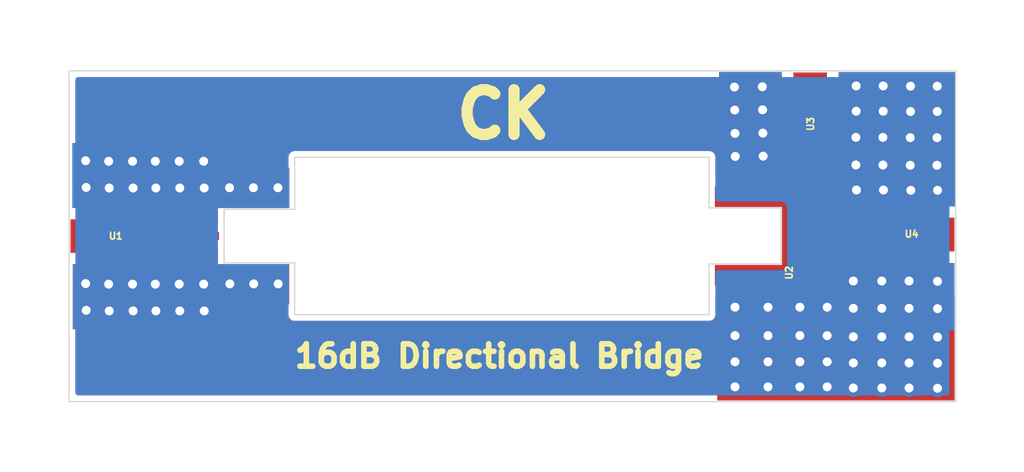
<source format=kicad_pcb>
(kicad_pcb (version 20171130) (host pcbnew "(5.1.4-0-10_14)")

  (general
    (thickness 1.6)
    (drawings 18)
    (tracks 104)
    (zones 0)
    (modules 4)
    (nets 4)
  )

  (page A4)
  (layers
    (0 F.Cu signal)
    (1 In1.Cu signal)
    (2 In2.Cu signal)
    (31 B.Cu signal)
    (34 B.Paste user)
    (35 F.Paste user)
    (36 B.SilkS user)
    (37 F.SilkS user)
    (38 B.Mask user)
    (39 F.Mask user)
    (42 Eco1.User user)
    (44 Edge.Cuts user)
    (45 Margin user)
    (46 B.CrtYd user)
    (47 F.CrtYd user)
  )

  (setup
    (last_trace_width 0.15)
    (user_trace_width 0.342)
    (trace_clearance 0.15)
    (zone_clearance 0.254)
    (zone_45_only no)
    (trace_min 0.127)
    (via_size 0.46)
    (via_drill 0.254)
    (via_min_size 0.4572)
    (via_min_drill 0.254)
    (user_via 0.8 0.4)
    (uvia_size 0.3)
    (uvia_drill 0.1)
    (uvias_allowed no)
    (uvia_min_size 0.2)
    (uvia_min_drill 0.1)
    (edge_width 0.05)
    (segment_width 0.2)
    (pcb_text_width 0.3)
    (pcb_text_size 1.5 1.5)
    (mod_edge_width 0.12)
    (mod_text_size 1 1)
    (mod_text_width 0.15)
    (pad_size 4 4.5)
    (pad_drill 0)
    (pad_to_mask_clearance 0.051)
    (solder_mask_min_width 0.25)
    (aux_axis_origin 0 0)
    (visible_elements FFFFFF7F)
    (pcbplotparams
      (layerselection 0x010fc_ffffffff)
      (usegerberextensions false)
      (usegerberattributes false)
      (usegerberadvancedattributes false)
      (creategerberjobfile false)
      (excludeedgelayer true)
      (linewidth 0.100000)
      (plotframeref false)
      (viasonmask false)
      (mode 1)
      (useauxorigin false)
      (hpglpennumber 1)
      (hpglpenspeed 20)
      (hpglpendiameter 15.000000)
      (psnegative false)
      (psa4output false)
      (plotreference true)
      (plotvalue true)
      (plotinvisibletext false)
      (padsonsilk false)
      (subtractmaskfromsilk false)
      (outputformat 1)
      (mirror false)
      (drillshape 1)
      (scaleselection 1)
      (outputdirectory ""))
  )

  (net 0 "")
  (net 1 GND)
  (net 2 "Net-(U2-Pad1)")
  (net 3 "Net-(U3-Pad1)")

  (net_class Default "This is the default net class."
    (clearance 0.15)
    (trace_width 0.15)
    (via_dia 0.46)
    (via_drill 0.254)
    (uvia_dia 0.3)
    (uvia_drill 0.1)
    (add_net GND)
    (add_net "Net-(U2-Pad1)")
    (add_net "Net-(U3-Pad1)")
  )

  (module Footprints:SolderPad_Coax_Gnd (layer F.Cu) (tedit 5DD84BFC) (tstamp 5DD8313B)
    (at 158.9786 95.11792 270)
    (path /5DD7E4A3)
    (fp_text reference U2 (at 1.64084 0.29972 270) (layer F.SilkS)
      (effects (font (size 0.3 0.3) (thickness 0.075)))
    )
    (fp_text value SolderPad_Coax_Gnd (at 0 -1.2446 270) (layer F.Fab)
      (effects (font (size 0.5 0.5) (thickness 0.125)))
    )
    (fp_poly (pts (xy -2.2098 0.01016) (xy 2.2098 0.01016) (xy 2.2098 3.61696) (xy 1.2954 3.61696)
      (xy 1.2954 0.61976) (xy -1.2954 0.61976) (xy -1.2954 3.61696) (xy -2.2098 3.61696)) (layer F.Cu) (width 0))
    (fp_poly (pts (xy -1.2954 3.61696) (xy -2.2098 3.61696) (xy -2.2098 0.01016) (xy -0.8128 0.01016)
      (xy -0.8128 0.61976) (xy -1.2954 0.61976)) (layer F.Mask) (width 0))
    (fp_poly (pts (xy 1.2954 3.61696) (xy 1.2954 0.61976) (xy 0.70612 0.61976) (xy 0.70612 0.01016)
      (xy 2.2098 0.01016) (xy 2.2098 3.61696)) (layer F.Mask) (width 0))
  )

  (module Footprints:SMA_Connector_Port1 (layer F.Cu) (tedit 5DD84922) (tstamp 5DD83133)
    (at 128.6256 95.10522)
    (path /5DD96FDC)
    (fp_text reference U1 (at -0.0127 0.0127) (layer F.SilkS)
      (effects (font (size 0.3 0.3) (thickness 0.075)))
    )
    (fp_text value SMA_Connector_Port1 (at 0.8636 -4.4831) (layer F.Fab)
      (effects (font (size 0.3 0.3) (thickness 0.075)))
    )
    (fp_poly (pts (xy -2.03708 -0.73152) (xy -2.03708 0.76708) (xy 2.07772 0.76708) (xy 2.07772 0.18288)
      (xy 4.5974 0.18288) (xy 4.5974 -0.127) (xy 4.5974 -0.16256) (xy 2.07264 -0.16256)
      (xy 2.07264 -0.73152)) (layer F.Cu) (width 0))
    (fp_poly (pts (xy -2.03708 -0.73152) (xy -2.03708 0.76708) (xy 2.07772 0.76708) (xy 2.07772 0.18288)
      (xy 4.5974 0.18288) (xy 4.5974 -0.16256) (xy 2.07264 -0.16256) (xy 2.07264 -0.73152)) (layer F.Mask) (width 0))
    (pad 2 smd rect (at 1.30048 -2.68732 90) (size 2.9 6.5) (layers F.Cu F.Mask)
      (net 1 GND))
    (pad 3 smd rect (at 1.30048 -2.68732 90) (size 2.9 6.5) (layers B.Cu B.Mask)
      (net 1 GND))
    (pad 4 smd rect (at 1.3208 2.72288 90) (size 2.9 6.5) (layers F.Cu F.Mask)
      (net 1 GND))
    (pad 5 smd rect (at 1.3208 2.72288 90) (size 2.9 6.5) (layers B.Cu B.Mask)
      (net 1 GND))
    (pad 2 smd rect (at 6.1341 -2.1336) (size 3.2 1.8) (layers F.Cu F.Mask)
      (net 1 GND))
    (pad 3 smd rect (at 6.1341 -2.1336) (size 3.2 1.8) (layers B.Cu B.Mask)
      (net 1 GND))
    (pad 4 smd rect (at 6.1341 2.1717) (size 3.2 1.8) (layers F.Cu F.Mask)
      (net 1 GND))
    (pad 5 smd rect (at 6.1214 2.1717) (size 3.2 1.8) (layers B.Cu B.Mask)
      (net 1 GND))
  )

  (module Footprints:SMA_Connector_Port3 (layer F.Cu) (tedit 5DD8476A) (tstamp 5DD83146)
    (at 159.6898 90.0938 270)
    (path /5DD97CD3)
    (fp_text reference U3 (at 0.0254 0.0508 270) (layer F.SilkS)
      (effects (font (size 0.3 0.3) (thickness 0.075)))
    )
    (fp_text value SMA_Connector_Port3 (at 0.08128 -4.94792 90) (layer F.Fab)
      (effects (font (size 0.3 0.3) (thickness 0.075)))
    )
    (fp_poly (pts (xy -2.27584 0.82296) (xy 1.82372 0.82296) (xy 1.82372 0.24892) (xy 2.96672 0.24892)
      (xy 2.96672 0.1524) (xy 3.51536 0.1524) (xy 3.51536 0.24892) (xy 4.2164 0.24892)
      (xy 4.2164 -0.09144) (xy 4.20624 -0.1016) (xy 4.17068 -0.08636) (xy 4.1656 -0.09652)
      (xy 4.25704 -0.13208) (xy 4.09448 -0.57404) (xy 3.71348 -0.43688) (xy 3.71348 -0.09144)
      (xy 3.51536 -0.09144) (xy 3.51536 0.01016) (xy 2.96672 0.01016) (xy 2.96672 -0.09144)
      (xy 1.82372 -0.09144) (xy 1.82372 -0.67564) (xy -2.27584 -0.67564)) (layer F.Cu) (width 0))
    (fp_poly (pts (xy -2.27584 -0.67564) (xy -2.27584 0.82296) (xy 1.82372 0.82296) (xy 1.82372 0.24892)
      (xy 2.96672 0.24892) (xy 2.96672 0.1524) (xy 3.51536 0.1524) (xy 3.51536 0.24892)
      (xy 4.2164 0.24892) (xy 4.2164 -0.11176) (xy 4.26212 -0.13208) (xy 4.09956 -0.57912)
      (xy 3.7084 -0.43688) (xy 3.7084 -0.09144) (xy 3.51536 -0.09144) (xy 3.51536 0.01016)
      (xy 2.96672 0.01016) (xy 2.96672 -0.09144) (xy 1.82372 -0.09144) (xy 1.82372 -0.67564)) (layer F.Mask) (width 0))
    (pad 3 smd rect (at 0.70612 -3.79476) (size 5.2 6) (layers B.Cu B.Mask)
      (net 1 GND))
    (pad 2 smd rect (at 0.7112 -3.79476) (size 5.2 6) (layers F.Cu F.Mask)
      (net 1 GND))
    (pad 5 smd rect (at 0.0508 2.7432 270) (size 4.7 2.8) (layers B.Cu B.Mask)
      (net 1 GND))
    (pad 4 smd rect (at 0.0508 2.7432 270) (size 4.7 2.8) (layers F.Cu F.Mask)
      (net 1 GND))
  )

  (module Footprints:SMA_Connector_Port2 (layer F.Cu) (tedit 5DD843AF) (tstamp 5DD83150)
    (at 164.1602 95.0468 180)
    (path /5DD988C6)
    (fp_text reference U4 (at 0.0127 0.0127) (layer F.SilkS)
      (effects (font (size 0.3 0.3) (thickness 0.075)))
    )
    (fp_text value SMA_Connector_Port2 (at 0.4826 -4.7117 180) (layer F.Fab)
      (effects (font (size 0.3 0.3) (thickness 0.075)))
    )
    (fp_poly (pts (xy -1.89992 0.74168) (xy 2.10312 0.74168) (xy 2.10312 0.16256) (xy 2.794 0.16256)
      (xy 2.794 0.10668) (xy 3.4798 0.10668) (xy 3.4798 0.16256) (xy 3.59156 0.16256)
      (xy 3.72364 0.51816) (xy 4.17068 0.3556) (xy 4.09956 0.15748) (xy 4.72948 0.15748)
      (xy 5.02412 -0.01016) (xy 4.72948 -0.1778) (xy 3.4798 -0.1778) (xy 3.4798 -0.11684)
      (xy 2.794 -0.11684) (xy 2.794 -0.1778) (xy 2.10312 -0.1778) (xy 2.10312 -0.762)
      (xy -1.89992 -0.762)) (layer F.Cu) (width 0))
    (fp_poly (pts (xy -1.89992 -0.762) (xy -1.89992 0.74168) (xy 2.10312 0.74168) (xy 2.10312 0.16256)
      (xy 2.794 0.16256) (xy 2.794 0.10668) (xy 3.4798 0.10668) (xy 3.4798 0.16256)
      (xy 3.59156 0.16256) (xy 3.72364 0.51816) (xy 4.17068 0.3556) (xy 4.09956 0.15748)
      (xy 4.72948 0.15748) (xy 5.02412 -0.01016) (xy 4.72948 -0.1778) (xy 3.4798 -0.1778)
      (xy 3.4798 -0.11684) (xy 2.794 -0.11684) (xy 2.794 -0.1778) (xy 2.10312 -0.1778)
      (xy 2.10312 -0.762)) (layer F.Mask) (width 0))
    (pad 2 smd rect (at 0.7747 -2.7813 180) (size 5.35 3) (layers F.Cu F.Mask)
      (net 1 GND))
    (pad 3 smd rect (at 0.7747 -2.7813 180) (size 5.35 3) (layers B.Cu B.Mask)
      (net 1 GND))
    (pad 2 smd rect (at 3.39344 -5.06476 270) (size 4.7 10.6) (layers F.Cu F.Mask)
      (net 1 GND))
  )

  (gr_text CK (at 145.91792 89.6874) (layer F.SilkS)
    (effects (font (size 2 2) (thickness 0.5)))
  )
  (gr_text "16dB Directional Bridge" (at 145.74012 100.4824) (layer F.SilkS)
    (effects (font (size 1 1) (thickness 0.25)))
  )
  (gr_line (start 126.5301 102.5144) (end 126.5301 87.7443) (layer Edge.Cuts) (width 0.05))
  (gr_line (start 166.116 87.7443) (end 166.116 102.5144) (layer Edge.Cuts) (width 0.05))
  (gr_line (start 155.1051 98.6282) (end 155.1051 96.3676) (layer Edge.Cuts) (width 0.05))
  (gr_line (start 158.3055 96.3676) (end 155.1051 96.3676) (layer Edge.Cuts) (width 0.05))
  (gr_line (start 126.5301 87.7443) (end 166.116 87.7443) (layer Edge.Cuts) (width 0.05))
  (gr_line (start 166.116 102.5144) (end 126.53264 102.5144) (layer Edge.Cuts) (width 0.05))
  (gr_line (start 155.1051 93.8657) (end 158.3055 93.8657) (layer Edge.Cuts) (width 0.05))
  (gr_line (start 155.1051 91.6051) (end 155.1051 93.8657) (layer Edge.Cuts) (width 0.05))
  (gr_line (start 136.6012 91.6051) (end 155.1051 91.6051) (layer Edge.Cuts) (width 0.05))
  (gr_line (start 136.6012 93.9292) (end 136.6012 91.6051) (layer Edge.Cuts) (width 0.05))
  (gr_line (start 133.4516 93.9292) (end 136.6012 93.9292) (layer Edge.Cuts) (width 0.05))
  (gr_line (start 133.4516 96.3168) (end 133.4516 93.9292) (layer Edge.Cuts) (width 0.05) (tstamp 5DD84E17))
  (gr_line (start 136.6012 96.3168) (end 133.4516 96.3168) (layer Edge.Cuts) (width 0.05))
  (gr_line (start 136.6012 98.6282) (end 136.6012 96.3168) (layer Edge.Cuts) (width 0.05))
  (gr_line (start 155.1051 98.6282) (end 136.6012 98.6282) (layer Edge.Cuts) (width 0.05))
  (gr_line (start 158.3055 93.8657) (end 158.3055 96.3676) (layer Edge.Cuts) (width 0.05))

  (via (at 165.3032 97.1423) (size 0.8) (drill 0.4) (layers F.Cu B.Cu) (net 1))
  (via (at 164.0332 97.1296) (size 0.8) (drill 0.4) (layers F.Cu B.Cu) (net 1))
  (via (at 162.814 97.1296) (size 0.8) (drill 0.4) (layers F.Cu B.Cu) (net 1) (tstamp 5DD84BD6))
  (via (at 161.544 97.1296) (size 0.8) (drill 0.4) (layers F.Cu B.Cu) (net 1))
  (via (at 165.2905 88.4301) (size 0.8) (drill 0.4) (layers F.Cu B.Cu) (net 1))
  (via (at 164.0967 88.4301) (size 0.8) (drill 0.4) (layers F.Cu B.Cu) (net 1))
  (via (at 162.8775 88.4174) (size 0.8) (drill 0.4) (layers F.Cu B.Cu) (net 1))
  (via (at 161.671 88.4174) (size 0.8) (drill 0.4) (layers F.Cu B.Cu) (net 1))
  (via (at 157.48 88.4555) (size 0.8) (drill 0.4) (layers F.Cu B.Cu) (net 1))
  (via (at 156.2354 88.4682) (size 0.8) (drill 0.4) (layers F.Cu B.Cu) (net 1))
  (via (at 132.5372 91.7829) (size 0.8) (drill 0.4) (layers F.Cu B.Cu) (net 1))
  (via (at 131.445 91.7829) (size 0.8) (drill 0.4) (layers F.Cu B.Cu) (net 1))
  (via (at 130.3782 91.7829) (size 0.8) (drill 0.4) (layers F.Cu B.Cu) (net 1))
  (via (at 129.3622 91.7829) (size 0.8) (drill 0.4) (layers F.Cu B.Cu) (net 1))
  (via (at 128.2954 91.7829) (size 0.8) (drill 0.4) (layers F.Cu B.Cu) (net 1))
  (via (at 127.2667 91.7575) (size 0.8) (drill 0.4) (layers F.Cu B.Cu) (net 1))
  (segment (start 130.429 92.97162) (end 129.88036 92.42298) (width 0.15) (layer F.Cu) (net 1))
  (segment (start 134.7597 92.97162) (end 130.429 92.97162) (width 0.15) (layer F.Cu) (net 1))
  (via (at 132.5626 92.9767) (size 0.8) (drill 0.4) (layers F.Cu B.Cu) (net 1) (tstamp 5DD846A9))
  (via (at 127.2921 92.9513) (size 0.8) (drill 0.4) (layers F.Cu B.Cu) (net 1) (tstamp 5DD846AA))
  (via (at 131.4704 92.9767) (size 0.8) (drill 0.4) (layers F.Cu B.Cu) (net 1) (tstamp 5DD846AB))
  (via (at 130.4036 92.9767) (size 0.8) (drill 0.4) (layers F.Cu B.Cu) (net 1) (tstamp 5DD846AC))
  (via (at 129.3876 92.9767) (size 0.8) (drill 0.4) (layers F.Cu B.Cu) (net 1) (tstamp 5DD846AD))
  (via (at 128.3208 92.9767) (size 0.8) (drill 0.4) (layers F.Cu B.Cu) (net 1) (tstamp 5DD846AE))
  (via (at 133.6929 92.964) (size 0.8) (drill 0.4) (layers F.Cu B.Cu) (net 1) (tstamp 5DD84757))
  (via (at 134.7597 92.964) (size 0.8) (drill 0.4) (layers F.Cu B.Cu) (net 1) (tstamp 5DD84758))
  (via (at 135.8519 92.964) (size 0.8) (drill 0.4) (layers F.Cu B.Cu) (net 1) (tstamp 5DD84759))
  (via (at 132.5372 97.2693) (size 0.8) (drill 0.4) (layers F.Cu B.Cu) (net 1) (tstamp 5DD84900))
  (via (at 135.8646 97.2566) (size 0.8) (drill 0.4) (layers F.Cu B.Cu) (net 1) (tstamp 5DD84901))
  (via (at 128.3208 98.4631) (size 0.8) (drill 0.4) (layers F.Cu B.Cu) (net 1) (tstamp 5DD84902))
  (via (at 127.2921 98.4377) (size 0.8) (drill 0.4) (layers F.Cu B.Cu) (net 1) (tstamp 5DD84903))
  (via (at 127.2667 97.2439) (size 0.8) (drill 0.4) (layers F.Cu B.Cu) (net 1) (tstamp 5DD84904))
  (via (at 130.4036 98.4631) (size 0.8) (drill 0.4) (layers F.Cu B.Cu) (net 1) (tstamp 5DD84905))
  (via (at 131.4704 98.4631) (size 0.8) (drill 0.4) (layers F.Cu B.Cu) (net 1) (tstamp 5DD84906))
  (via (at 134.7724 97.2566) (size 0.8) (drill 0.4) (layers F.Cu B.Cu) (net 1) (tstamp 5DD84907))
  (via (at 129.3876 98.4631) (size 0.8) (drill 0.4) (layers F.Cu B.Cu) (net 1) (tstamp 5DD84908))
  (via (at 133.7056 97.2566) (size 0.8) (drill 0.4) (layers F.Cu B.Cu) (net 1) (tstamp 5DD84909))
  (via (at 132.5626 98.4631) (size 0.8) (drill 0.4) (layers F.Cu B.Cu) (net 1) (tstamp 5DD8490A))
  (via (at 131.445 97.2693) (size 0.8) (drill 0.4) (layers F.Cu B.Cu) (net 1) (tstamp 5DD8490B))
  (via (at 130.3782 97.2693) (size 0.8) (drill 0.4) (layers F.Cu B.Cu) (net 1) (tstamp 5DD8490C))
  (via (at 129.3622 97.2693) (size 0.8) (drill 0.4) (layers F.Cu B.Cu) (net 1) (tstamp 5DD8490D))
  (via (at 128.2954 97.2693) (size 0.8) (drill 0.4) (layers F.Cu B.Cu) (net 1) (tstamp 5DD8490E))
  (via (at 156.2481 89.4969) (size 0.8) (drill 0.4) (layers F.Cu B.Cu) (net 1) (tstamp 5DD8499F))
  (via (at 157.4927 89.4842) (size 0.8) (drill 0.4) (layers F.Cu B.Cu) (net 1) (tstamp 5DD849A0))
  (via (at 156.2608 90.5383) (size 0.8) (drill 0.4) (layers F.Cu B.Cu) (net 1) (tstamp 5DD849C9))
  (via (at 156.2735 91.567) (size 0.8) (drill 0.4) (layers F.Cu B.Cu) (net 1) (tstamp 5DD849CA))
  (via (at 157.5181 91.5543) (size 0.8) (drill 0.4) (layers F.Cu B.Cu) (net 1) (tstamp 5DD849CB))
  (via (at 157.5054 90.5256) (size 0.8) (drill 0.4) (layers F.Cu B.Cu) (net 1) (tstamp 5DD849CC))
  (via (at 162.8775 89.5477) (size 0.8) (drill 0.4) (layers F.Cu B.Cu) (net 1) (tstamp 5DD84A71))
  (via (at 164.0967 89.5604) (size 0.8) (drill 0.4) (layers F.Cu B.Cu) (net 1) (tstamp 5DD84A72))
  (via (at 165.2905 89.5604) (size 0.8) (drill 0.4) (layers F.Cu B.Cu) (net 1) (tstamp 5DD84A73))
  (via (at 161.671 89.5477) (size 0.8) (drill 0.4) (layers F.Cu B.Cu) (net 1) (tstamp 5DD84A74))
  (via (at 164.084 90.7288) (size 0.8) (drill 0.4) (layers F.Cu B.Cu) (net 1) (tstamp 5DD84A79))
  (via (at 165.2778 90.7288) (size 0.8) (drill 0.4) (layers F.Cu B.Cu) (net 1) (tstamp 5DD84A7A))
  (via (at 162.8648 90.7161) (size 0.8) (drill 0.4) (layers F.Cu B.Cu) (net 1) (tstamp 5DD84A7B))
  (via (at 161.6583 90.7161) (size 0.8) (drill 0.4) (layers F.Cu B.Cu) (net 1) (tstamp 5DD84A7C))
  (via (at 161.6583 91.948) (size 0.8) (drill 0.4) (layers F.Cu B.Cu) (net 1) (tstamp 5DD84A81))
  (via (at 164.084 91.9607) (size 0.8) (drill 0.4) (layers F.Cu B.Cu) (net 1) (tstamp 5DD84A82))
  (via (at 162.8648 91.948) (size 0.8) (drill 0.4) (layers F.Cu B.Cu) (net 1) (tstamp 5DD84A83))
  (via (at 165.2778 91.9607) (size 0.8) (drill 0.4) (layers F.Cu B.Cu) (net 1) (tstamp 5DD84A84))
  (via (at 165.3032 93.0783) (size 0.8) (drill 0.4) (layers F.Cu B.Cu) (net 1) (tstamp 5DD84A89))
  (via (at 164.1094 93.0783) (size 0.8) (drill 0.4) (layers F.Cu B.Cu) (net 1) (tstamp 5DD84A8A))
  (via (at 162.8902 93.0656) (size 0.8) (drill 0.4) (layers F.Cu B.Cu) (net 1) (tstamp 5DD84A8B))
  (via (at 161.6837 93.0656) (size 0.8) (drill 0.4) (layers F.Cu B.Cu) (net 1) (tstamp 5DD84A8C))
  (via (at 165.3032 98.3615) (size 0.8) (drill 0.4) (layers F.Cu B.Cu) (net 1) (tstamp 5DD84CB4))
  (via (at 161.544 98.3488) (size 0.8) (drill 0.4) (layers F.Cu B.Cu) (net 1) (tstamp 5DD84CB5))
  (via (at 164.0332 98.3488) (size 0.8) (drill 0.4) (layers F.Cu B.Cu) (net 1) (tstamp 5DD84CB6))
  (via (at 162.814 98.3488) (size 0.8) (drill 0.4) (layers F.Cu B.Cu) (net 1) (tstamp 5DD84CB7))
  (via (at 165.3032 99.6315) (size 0.8) (drill 0.4) (layers F.Cu B.Cu) (net 1) (tstamp 5DD84CBC))
  (via (at 162.814 99.6188) (size 0.8) (drill 0.4) (layers F.Cu B.Cu) (net 1) (tstamp 5DD84CBD))
  (via (at 164.0332 99.6188) (size 0.8) (drill 0.4) (layers F.Cu B.Cu) (net 1) (tstamp 5DD84CBE))
  (via (at 161.544 99.6188) (size 0.8) (drill 0.4) (layers F.Cu B.Cu) (net 1) (tstamp 5DD84CBF))
  (via (at 165.3032 100.7999) (size 0.8) (drill 0.4) (layers F.Cu B.Cu) (net 1) (tstamp 5DD84CC4))
  (via (at 162.814 100.7872) (size 0.8) (drill 0.4) (layers F.Cu B.Cu) (net 1) (tstamp 5DD84CC5))
  (via (at 164.0332 100.7872) (size 0.8) (drill 0.4) (layers F.Cu B.Cu) (net 1) (tstamp 5DD84CC6))
  (via (at 161.544 100.7872) (size 0.8) (drill 0.4) (layers F.Cu B.Cu) (net 1) (tstamp 5DD84CC7))
  (via (at 164.0332 101.9048) (size 0.8) (drill 0.4) (layers F.Cu B.Cu) (net 1) (tstamp 5DD84CCC))
  (via (at 162.814 101.9048) (size 0.8) (drill 0.4) (layers F.Cu B.Cu) (net 1) (tstamp 5DD84CCD))
  (via (at 161.544 101.9048) (size 0.8) (drill 0.4) (layers F.Cu B.Cu) (net 1) (tstamp 5DD84CCE))
  (via (at 165.3032 101.9175) (size 0.8) (drill 0.4) (layers F.Cu B.Cu) (net 1) (tstamp 5DD84CCF))
  (via (at 156.2608 101.854) (size 0.8) (drill 0.4) (layers F.Cu B.Cu) (net 1) (tstamp 5DD84CD4))
  (via (at 159.1564 101.854) (size 0.8) (drill 0.4) (layers F.Cu B.Cu) (net 1) (tstamp 5DD84CD5))
  (via (at 157.734 101.854) (size 0.8) (drill 0.4) (layers F.Cu B.Cu) (net 1) (tstamp 5DD84CD6))
  (via (at 157.734 98.298) (size 0.8) (drill 0.4) (layers F.Cu B.Cu) (net 1) (tstamp 5DD84CD7))
  (via (at 159.1564 98.298) (size 0.8) (drill 0.4) (layers F.Cu B.Cu) (net 1) (tstamp 5DD84CD8))
  (via (at 157.734 99.568) (size 0.8) (drill 0.4) (layers F.Cu B.Cu) (net 1) (tstamp 5DD84CD9))
  (via (at 159.1564 99.568) (size 0.8) (drill 0.4) (layers F.Cu B.Cu) (net 1) (tstamp 5DD84CDA))
  (via (at 156.2608 99.568) (size 0.8) (drill 0.4) (layers F.Cu B.Cu) (net 1) (tstamp 5DD84CDB))
  (via (at 156.2608 98.298) (size 0.8) (drill 0.4) (layers F.Cu B.Cu) (net 1) (tstamp 5DD84CDC))
  (via (at 159.1564 100.7364) (size 0.8) (drill 0.4) (layers F.Cu B.Cu) (net 1) (tstamp 5DD84CDD))
  (via (at 157.734 100.7364) (size 0.8) (drill 0.4) (layers F.Cu B.Cu) (net 1) (tstamp 5DD84CDE))
  (via (at 156.2608 100.7364) (size 0.8) (drill 0.4) (layers F.Cu B.Cu) (net 1) (tstamp 5DD84CDF))
  (via (at 160.3756 101.854) (size 0.8) (drill 0.4) (layers F.Cu B.Cu) (net 1) (tstamp 5DD84D29))
  (via (at 160.3756 100.7364) (size 0.8) (drill 0.4) (layers F.Cu B.Cu) (net 1) (tstamp 5DD84D2A))
  (via (at 160.3756 98.298) (size 0.8) (drill 0.4) (layers F.Cu B.Cu) (net 1) (tstamp 5DD84D2B))
  (via (at 160.3756 99.568) (size 0.8) (drill 0.4) (layers F.Cu B.Cu) (net 1) (tstamp 5DD84D2C))
  (segment (start 158.63824 93.76632) (end 158.63824 95.16872) (width 0.15) (layer F.Cu) (net 2))
  (segment (start 158.25248 93.38056) (end 158.63824 93.76632) (width 0.15) (layer F.Cu) (net 2))
  (segment (start 157.00248 93.38056) (end 158.25248 93.38056) (width 0.15) (layer F.Cu) (net 2))
  (segment (start 158.63824 96.5) (end 158.63824 95.16872) (width 0.15) (layer F.Cu) (net 2))
  (segment (start 158.26772 96.87052) (end 158.63824 96.5) (width 0.15) (layer F.Cu) (net 2))
  (segment (start 157.01772 96.87052) (end 158.26772 96.87052) (width 0.15) (layer F.Cu) (net 2))
  (segment (start 159.88284 94.0562) (end 159.60852 93.78188) (width 0.15) (layer F.Cu) (net 3))
  (segment (start 159.9692 94.0562) (end 159.88284 94.0562) (width 0.15) (layer F.Cu) (net 3))

  (zone (net 1) (net_name GND) (layer F.Cu) (tstamp 5DD84C71) (hatch edge 0.508)
    (connect_pads yes (clearance 0.254))
    (min_thickness 0.254)
    (fill yes (arc_segments 32) (thermal_gap 0.254) (thermal_bridge_width 0.508))
    (polygon
      (pts
        (xy 125.73 86.868) (xy 125.73 103.378) (xy 166.878 103.378) (xy 166.878 86.868)
      )
    )
    (filled_polygon
      (pts
        (xy 161.184646 95.557494) (xy 161.216108 95.574791) (xy 161.217384 95.575196) (xy 161.218557 95.57583) (xy 161.252798 95.586429)
        (xy 161.286986 95.597274) (xy 161.288312 95.597423) (xy 161.289589 95.597818) (xy 161.325264 95.601568) (xy 161.36088 95.605563)
        (xy 161.363443 95.605581) (xy 161.36354 95.605591) (xy 161.363637 95.605582) (xy 161.3662 95.6056) (xy 161.67608 95.6056)
        (xy 161.67608 95.8088) (xy 161.679581 95.844504) (xy 161.682829 95.880192) (xy 161.683205 95.881471) (xy 161.683336 95.882803)
        (xy 161.693711 95.917168) (xy 161.703823 95.951525) (xy 161.704442 95.952708) (xy 161.704828 95.953988) (xy 161.721663 95.98565)
        (xy 161.738273 96.017422) (xy 161.73911 96.018463) (xy 161.739737 96.019642) (xy 161.76238 96.047405) (xy 161.784866 96.075372)
        (xy 161.78589 96.076231) (xy 161.786734 96.077266) (xy 161.814349 96.100111) (xy 161.841828 96.123168) (xy 161.842999 96.123812)
        (xy 161.844028 96.124663) (xy 161.875526 96.141694) (xy 161.906988 96.158991) (xy 161.908264 96.159396) (xy 161.909437 96.16003)
        (xy 161.93008 96.16642) (xy 161.93008 96.32696) (xy 161.93252 96.351736) (xy 161.939747 96.375561) (xy 161.951483 96.397517)
        (xy 161.967277 96.416763) (xy 161.986523 96.432557) (xy 162.008479 96.444293) (xy 162.032304 96.45152) (xy 162.05708 96.45396)
        (xy 165.710001 96.45396) (xy 165.710001 102.1084) (xy 126.9361 102.1084) (xy 126.9361 96.50476) (xy 130.69824 96.50476)
        (xy 130.723016 96.50232) (xy 130.746841 96.495093) (xy 130.768797 96.483357) (xy 130.788043 96.467563) (xy 130.803837 96.448317)
        (xy 130.815573 96.426361) (xy 130.8228 96.402536) (xy 130.82524 96.37776) (xy 130.82524 96.23168) (xy 130.846045 96.225557)
        (xy 130.847228 96.224938) (xy 130.848508 96.224552) (xy 130.88017 96.207717) (xy 130.911942 96.191107) (xy 130.912983 96.19027)
        (xy 130.914162 96.189643) (xy 130.941925 96.167) (xy 130.969892 96.144514) (xy 130.970751 96.14349) (xy 130.971786 96.142646)
        (xy 130.994631 96.115031) (xy 131.017688 96.087552) (xy 131.018332 96.086381) (xy 131.019183 96.085352) (xy 131.036214 96.053854)
        (xy 131.053511 96.022392) (xy 131.053916 96.021116) (xy 131.05455 96.019943) (xy 131.065149 95.985702) (xy 131.075994 95.951514)
        (xy 131.076143 95.950188) (xy 131.076538 95.948911) (xy 131.080288 95.913236) (xy 131.084283 95.87762) (xy 131.084301 95.875057)
        (xy 131.084311 95.87496) (xy 131.084302 95.874863) (xy 131.08432 95.8723) (xy 131.08432 95.6691) (xy 133.0456 95.6691)
        (xy 133.0456 96.296859) (xy 133.043636 96.3168) (xy 133.051475 96.39639) (xy 133.07469 96.472921) (xy 133.11239 96.543453)
        (xy 133.150091 96.589391) (xy 133.163126 96.605274) (xy 133.224947 96.65601) (xy 133.295479 96.69371) (xy 133.37201 96.716925)
        (xy 133.4516 96.724764) (xy 133.47154 96.7228) (xy 136.195201 96.7228) (xy 136.1952 98.608259) (xy 136.193236 98.6282)
        (xy 136.201075 98.70779) (xy 136.22429 98.784321) (xy 136.26199 98.854853) (xy 136.312726 98.916674) (xy 136.374547 98.96741)
        (xy 136.445079 99.00511) (xy 136.52161 99.028325) (xy 136.6012 99.036164) (xy 136.62114 99.0342) (xy 155.085159 99.0342)
        (xy 155.1051 99.036164) (xy 155.12504 99.0342) (xy 155.125041 99.0342) (xy 155.18469 99.028325) (xy 155.261221 99.00511)
        (xy 155.331753 98.96741) (xy 155.393574 98.916674) (xy 155.44431 98.854853) (xy 155.48201 98.784321) (xy 155.505225 98.70779)
        (xy 155.513064 98.6282) (xy 155.5111 98.608259) (xy 155.5111 97.70872) (xy 158.96844 97.70872) (xy 159.004144 97.705219)
        (xy 159.039832 97.701971) (xy 159.041111 97.701595) (xy 159.042443 97.701464) (xy 159.076808 97.691089) (xy 159.111165 97.680977)
        (xy 159.112348 97.680358) (xy 159.113628 97.679972) (xy 159.14529 97.663137) (xy 159.177062 97.646527) (xy 159.178103 97.64569)
        (xy 159.179282 97.645063) (xy 159.207045 97.62242) (xy 159.235012 97.599934) (xy 159.235871 97.59891) (xy 159.236906 97.598066)
        (xy 159.259751 97.570451) (xy 159.282808 97.542972) (xy 159.283452 97.541801) (xy 159.284303 97.540772) (xy 159.301334 97.509274)
        (xy 159.318631 97.477812) (xy 159.319036 97.476536) (xy 159.31967 97.475363) (xy 159.330269 97.441122) (xy 159.341114 97.406934)
        (xy 159.341263 97.405608) (xy 159.341658 97.404331) (xy 159.345408 97.368656) (xy 159.349403 97.33304) (xy 159.349421 97.330477)
        (xy 159.349431 97.33038) (xy 159.349422 97.330283) (xy 159.34944 97.32772) (xy 159.34944 95.596619) (xy 159.351506 95.597274)
        (xy 159.367262 95.599041) (xy 159.382715 95.602563) (xy 159.404112 95.603175) (xy 159.4254 95.605563) (xy 159.43072 95.6056)
        (xy 160.6804 95.6056) (xy 160.716104 95.602099) (xy 160.751792 95.598851) (xy 160.753071 95.598475) (xy 160.754403 95.598344)
        (xy 160.788768 95.587969) (xy 160.823125 95.577857) (xy 160.824308 95.577238) (xy 160.825588 95.576852) (xy 160.85725 95.560017)
        (xy 160.886663 95.54464) (xy 161.160873 95.54464)
      )
    )
    (filled_polygon
      (pts
        (xy 158.22168 91.91752) (xy 158.22412 91.942296) (xy 158.231347 91.966121) (xy 158.243083 91.988077) (xy 158.258877 92.007323)
        (xy 158.278123 92.023117) (xy 158.300079 92.034853) (xy 158.323904 92.04208) (xy 158.34868 92.04452) (xy 158.508955 92.04452)
        (xy 158.513583 92.060245) (xy 158.514202 92.061428) (xy 158.514588 92.062708) (xy 158.531423 92.09437) (xy 158.548033 92.126142)
        (xy 158.54887 92.127183) (xy 158.549497 92.128362) (xy 158.57214 92.156125) (xy 158.594626 92.184092) (xy 158.59565 92.184951)
        (xy 158.596494 92.185986) (xy 158.624109 92.208831) (xy 158.651588 92.231888) (xy 158.652759 92.232532) (xy 158.653788 92.233383)
        (xy 158.685286 92.250414) (xy 158.716748 92.267711) (xy 158.718024 92.268116) (xy 158.719197 92.26875) (xy 158.753438 92.279349)
        (xy 158.787626 92.290194) (xy 158.788952 92.290343) (xy 158.790229 92.290738) (xy 158.825904 92.294488) (xy 158.86152 92.298483)
        (xy 158.864083 92.298501) (xy 158.86418 92.298511) (xy 158.864277 92.298502) (xy 158.86684 92.29852) (xy 159.05988 92.29852)
        (xy 159.05988 92.539324) (xy 159.047654 92.535446) (xy 159.046328 92.535297) (xy 159.045051 92.534902) (xy 159.009376 92.531152)
        (xy 158.97376 92.527157) (xy 158.971197 92.527139) (xy 158.9711 92.527129) (xy 158.971003 92.527138) (xy 158.96844 92.52712)
        (xy 155.5111 92.52712) (xy 155.5111 91.625041) (xy 155.513064 91.6051) (xy 155.505225 91.52551) (xy 155.48201 91.448979)
        (xy 155.44431 91.378447) (xy 155.393574 91.316626) (xy 155.331753 91.26589) (xy 155.261221 91.22819) (xy 155.18469 91.204975)
        (xy 155.125041 91.1991) (xy 155.12504 91.1991) (xy 155.1051 91.197136) (xy 155.085159 91.1991) (xy 136.621141 91.1991)
        (xy 136.6012 91.197136) (xy 136.58126 91.1991) (xy 136.581259 91.1991) (xy 136.52161 91.204975) (xy 136.445079 91.22819)
        (xy 136.374547 91.26589) (xy 136.312726 91.316626) (xy 136.26199 91.378447) (xy 136.22429 91.448979) (xy 136.201075 91.52551)
        (xy 136.193236 91.6051) (xy 136.195201 91.625051) (xy 136.1952 93.5232) (xy 133.471541 93.5232) (xy 133.4516 93.521236)
        (xy 133.43166 93.5232) (xy 133.431659 93.5232) (xy 133.37201 93.529075) (xy 133.295479 93.55229) (xy 133.224947 93.58999)
        (xy 133.163126 93.640726) (xy 133.11239 93.702547) (xy 133.07469 93.773079) (xy 133.051475 93.84961) (xy 133.043636 93.9292)
        (xy 133.045601 93.949151) (xy 133.045601 94.56166) (xy 131.07924 94.56166) (xy 131.07924 94.3737) (xy 131.075739 94.337996)
        (xy 131.072491 94.302308) (xy 131.072115 94.301029) (xy 131.071984 94.299697) (xy 131.061609 94.265332) (xy 131.051497 94.230975)
        (xy 131.050878 94.229792) (xy 131.050492 94.228512) (xy 131.033657 94.19685) (xy 131.017047 94.165078) (xy 131.01621 94.164037)
        (xy 131.015583 94.162858) (xy 130.99294 94.135095) (xy 130.970454 94.107128) (xy 130.96943 94.106269) (xy 130.968586 94.105234)
        (xy 130.940971 94.082389) (xy 130.913492 94.059332) (xy 130.912321 94.058688) (xy 130.911292 94.057837) (xy 130.879794 94.040806)
        (xy 130.848332 94.023509) (xy 130.847056 94.023104) (xy 130.845883 94.02247) (xy 130.82524 94.01608) (xy 130.82524 93.8784)
        (xy 130.8228 93.853624) (xy 130.815573 93.829799) (xy 130.803837 93.807843) (xy 130.788043 93.788597) (xy 130.768797 93.772803)
        (xy 130.746841 93.761067) (xy 130.723016 93.75384) (xy 130.69824 93.7514) (xy 126.9361 93.7514) (xy 126.9361 88.1503)
        (xy 158.22168 88.1503)
      )
    )
    (filled_polygon
      (pts
        (xy 165.71 93.6752) (xy 162.05708 93.6752) (xy 162.032304 93.67764) (xy 162.008479 93.684867) (xy 161.986523 93.696603)
        (xy 161.967277 93.712397) (xy 161.951483 93.731643) (xy 161.939747 93.753599) (xy 161.93252 93.777424) (xy 161.93008 93.8022)
        (xy 161.93008 93.947235) (xy 161.914355 93.951863) (xy 161.913172 93.952482) (xy 161.911892 93.952868) (xy 161.88023 93.969703)
        (xy 161.848458 93.986313) (xy 161.847417 93.98715) (xy 161.846238 93.987777) (xy 161.818475 94.01042) (xy 161.790508 94.032906)
        (xy 161.789649 94.03393) (xy 161.788614 94.034774) (xy 161.765769 94.062389) (xy 161.742712 94.089868) (xy 161.742068 94.091039)
        (xy 161.741217 94.092068) (xy 161.724186 94.123566) (xy 161.706889 94.155028) (xy 161.706484 94.156304) (xy 161.70585 94.157477)
        (xy 161.695251 94.191718) (xy 161.684406 94.225906) (xy 161.684257 94.227232) (xy 161.683862 94.228509) (xy 161.680112 94.264184)
        (xy 161.676117 94.2998) (xy 161.676099 94.302363) (xy 161.676089 94.30246) (xy 161.676098 94.302557) (xy 161.67608 94.30512)
        (xy 161.67608 94.50324) (xy 161.3662 94.50324) (xy 161.330496 94.506741) (xy 161.294808 94.509989) (xy 161.293529 94.510365)
        (xy 161.292197 94.510496) (xy 161.257832 94.520871) (xy 161.223475 94.530983) (xy 161.222292 94.531602) (xy 161.221012 94.531988)
        (xy 161.18935 94.548823) (xy 161.169654 94.55912) (xy 160.876332 94.55912) (xy 160.861954 94.551346) (xy 160.848724 94.544073)
        (xy 160.793719 94.395981) (xy 160.778582 94.364913) (xy 160.763881 94.333649) (xy 160.762311 94.331519) (xy 160.76115 94.329135)
        (xy 160.740259 94.301589) (xy 160.719773 94.273785) (xy 160.717817 94.271998) (xy 160.716217 94.269888) (xy 160.69041 94.246957)
        (xy 160.664878 94.223628) (xy 160.662609 94.222253) (xy 160.660633 94.220497) (xy 160.644167 94.210827) (xy 160.644067 94.208228)
        (xy 160.644446 94.2056) (xy 160.642642 94.171102) (xy 160.641316 94.13658) (xy 160.640701 94.133997) (xy 160.640562 94.131345)
        (xy 160.632084 94.097825) (xy 160.624085 94.064246) (xy 160.622332 94.059267) (xy 160.622329 94.059256) (xy 160.622325 94.059247)
        (xy 160.622318 94.059228) (xy 160.485158 93.678228) (xy 160.482009 93.671597) (xy 160.479937 93.664555) (xy 160.466089 93.638067)
        (xy 160.453265 93.611057) (xy 160.448887 93.605163) (xy 160.445487 93.598658) (xy 160.426751 93.575355) (xy 160.408931 93.55136)
        (xy 160.403496 93.546431) (xy 160.398894 93.540708) (xy 160.375995 93.521494) (xy 160.353848 93.501411) (xy 160.347553 93.497628)
        (xy 160.341932 93.492912) (xy 160.315737 93.478511) (xy 160.29011 93.463112) (xy 160.283207 93.460627) (xy 160.276772 93.457089)
        (xy 160.24826 93.448045) (xy 160.220149 93.437924) (xy 160.212895 93.436827) (xy 160.205894 93.434606) (xy 160.176171 93.431272)
        (xy 160.146627 93.426803) (xy 160.139298 93.427136) (xy 160.132 93.426317) (xy 160.12668 93.42628) (xy 160.113505 93.42628)
        (xy 160.100047 93.400538) (xy 160.09921 93.399497) (xy 160.098583 93.398318) (xy 160.07594 93.370555) (xy 160.06064 93.351526)
        (xy 160.06064 93.317649) (xy 160.072551 93.303251) (xy 160.095608 93.275772) (xy 160.096252 93.274601) (xy 160.097103 93.273572)
        (xy 160.114134 93.242074) (xy 160.131431 93.210612) (xy 160.131836 93.209336) (xy 160.13247 93.208163) (xy 160.143069 93.173922)
        (xy 160.153914 93.139734) (xy 160.154063 93.138408) (xy 160.154458 93.137131) (xy 160.158208 93.101456) (xy 160.162203 93.06584)
        (xy 160.162221 93.063277) (xy 160.162231 93.06318) (xy 160.162222 93.063083) (xy 160.16224 93.06052) (xy 160.16224 92.29852)
        (xy 160.36544 92.29852) (xy 160.401144 92.295019) (xy 160.436832 92.291771) (xy 160.438111 92.291395) (xy 160.439443 92.291264)
        (xy 160.473808 92.280889) (xy 160.508165 92.270777) (xy 160.509348 92.270158) (xy 160.510628 92.269772) (xy 160.54229 92.252937)
        (xy 160.574062 92.236327) (xy 160.575103 92.23549) (xy 160.576282 92.234863) (xy 160.604045 92.21222) (xy 160.632012 92.189734)
        (xy 160.632871 92.18871) (xy 160.633906 92.187866) (xy 160.656751 92.160251) (xy 160.679808 92.132772) (xy 160.680452 92.131601)
        (xy 160.681303 92.130572) (xy 160.698334 92.099074) (xy 160.715631 92.067612) (xy 160.716036 92.066336) (xy 160.71667 92.065163)
        (xy 160.72306 92.04452) (xy 160.8836 92.04452) (xy 160.908376 92.04208) (xy 160.932201 92.034853) (xy 160.954157 92.023117)
        (xy 160.973403 92.007323) (xy 160.989197 91.988077) (xy 161.000933 91.966121) (xy 161.00816 91.942296) (xy 161.0106 91.91752)
        (xy 161.0106 88.1503) (xy 165.71 88.1503)
      )
    )
  )
  (zone (net 1) (net_name GND) (layer In1.Cu) (tstamp 5DD84C6E) (hatch edge 0.508)
    (connect_pads yes (clearance 0.254))
    (min_thickness 0.254)
    (fill yes (arc_segments 32) (thermal_gap 0.254) (thermal_bridge_width 0.508))
    (polygon
      (pts
        (xy 167.64 86.106) (xy 124.968 86.106) (xy 124.968 104.14) (xy 167.64 104.14)
      )
    )
    (filled_polygon
      (pts
        (xy 158.22168 91.91752) (xy 158.22412 91.942296) (xy 158.231347 91.966121) (xy 158.243083 91.988077) (xy 158.258877 92.007323)
        (xy 158.278123 92.023117) (xy 158.300079 92.034853) (xy 158.323904 92.04208) (xy 158.34868 92.04452) (xy 160.8836 92.04452)
        (xy 160.908376 92.04208) (xy 160.932201 92.034853) (xy 160.954157 92.023117) (xy 160.973403 92.007323) (xy 160.989197 91.988077)
        (xy 161.000933 91.966121) (xy 161.00816 91.942296) (xy 161.0106 91.91752) (xy 161.0106 88.1503) (xy 165.71 88.1503)
        (xy 165.71 93.6752) (xy 162.05708 93.6752) (xy 162.032304 93.67764) (xy 162.008479 93.684867) (xy 161.986523 93.696603)
        (xy 161.967277 93.712397) (xy 161.951483 93.731643) (xy 161.939747 93.753599) (xy 161.93252 93.777424) (xy 161.93008 93.8022)
        (xy 161.93008 96.32696) (xy 161.93252 96.351736) (xy 161.939747 96.375561) (xy 161.951483 96.397517) (xy 161.967277 96.416763)
        (xy 161.986523 96.432557) (xy 162.008479 96.444293) (xy 162.032304 96.45152) (xy 162.05708 96.45396) (xy 165.710001 96.45396)
        (xy 165.710001 102.1084) (xy 126.9361 102.1084) (xy 126.9361 96.50476) (xy 130.69824 96.50476) (xy 130.723016 96.50232)
        (xy 130.746841 96.495093) (xy 130.768797 96.483357) (xy 130.788043 96.467563) (xy 130.803837 96.448317) (xy 130.815573 96.426361)
        (xy 130.8228 96.402536) (xy 130.82524 96.37776) (xy 130.82524 93.9292) (xy 133.043636 93.9292) (xy 133.045601 93.949151)
        (xy 133.0456 96.296859) (xy 133.043636 96.3168) (xy 133.051475 96.39639) (xy 133.07469 96.472921) (xy 133.11239 96.543453)
        (xy 133.154081 96.594253) (xy 133.163126 96.605274) (xy 133.224947 96.65601) (xy 133.295479 96.69371) (xy 133.37201 96.716925)
        (xy 133.4516 96.724764) (xy 133.47154 96.7228) (xy 136.195201 96.7228) (xy 136.1952 98.608259) (xy 136.193236 98.6282)
        (xy 136.201075 98.70779) (xy 136.22429 98.784321) (xy 136.26199 98.854853) (xy 136.312726 98.916674) (xy 136.374547 98.96741)
        (xy 136.445079 99.00511) (xy 136.52161 99.028325) (xy 136.6012 99.036164) (xy 136.62114 99.0342) (xy 155.085159 99.0342)
        (xy 155.1051 99.036164) (xy 155.12504 99.0342) (xy 155.125041 99.0342) (xy 155.18469 99.028325) (xy 155.261221 99.00511)
        (xy 155.331753 98.96741) (xy 155.393574 98.916674) (xy 155.44431 98.854853) (xy 155.48201 98.784321) (xy 155.505225 98.70779)
        (xy 155.513064 98.6282) (xy 155.5111 98.608259) (xy 155.5111 96.7736) (xy 158.28556 96.7736) (xy 158.3055 96.775564)
        (xy 158.38509 96.767725) (xy 158.461621 96.74451) (xy 158.532153 96.70681) (xy 158.593974 96.656074) (xy 158.64471 96.594253)
        (xy 158.68241 96.523721) (xy 158.705625 96.44719) (xy 158.7115 96.387541) (xy 158.713464 96.3676) (xy 158.7115 96.347659)
        (xy 158.7115 93.885641) (xy 158.713464 93.8657) (xy 158.705625 93.78611) (xy 158.68241 93.709579) (xy 158.64471 93.639047)
        (xy 158.593974 93.577226) (xy 158.532153 93.52649) (xy 158.461621 93.48879) (xy 158.38509 93.465575) (xy 158.325441 93.4597)
        (xy 158.32544 93.4597) (xy 158.3055 93.457736) (xy 158.285559 93.4597) (xy 155.5111 93.4597) (xy 155.5111 91.625041)
        (xy 155.513064 91.6051) (xy 155.505225 91.52551) (xy 155.48201 91.448979) (xy 155.44431 91.378447) (xy 155.393574 91.316626)
        (xy 155.331753 91.26589) (xy 155.261221 91.22819) (xy 155.18469 91.204975) (xy 155.125041 91.1991) (xy 155.12504 91.1991)
        (xy 155.1051 91.197136) (xy 155.085159 91.1991) (xy 136.621141 91.1991) (xy 136.6012 91.197136) (xy 136.58126 91.1991)
        (xy 136.581259 91.1991) (xy 136.52161 91.204975) (xy 136.445079 91.22819) (xy 136.374547 91.26589) (xy 136.312726 91.316626)
        (xy 136.26199 91.378447) (xy 136.22429 91.448979) (xy 136.201075 91.52551) (xy 136.193236 91.6051) (xy 136.195201 91.625051)
        (xy 136.1952 93.5232) (xy 133.471541 93.5232) (xy 133.4516 93.521236) (xy 133.43166 93.5232) (xy 133.431659 93.5232)
        (xy 133.37201 93.529075) (xy 133.295479 93.55229) (xy 133.224947 93.58999) (xy 133.163126 93.640726) (xy 133.11239 93.702547)
        (xy 133.07469 93.773079) (xy 133.051475 93.84961) (xy 133.043636 93.9292) (xy 130.82524 93.9292) (xy 130.82524 93.8784)
        (xy 130.8228 93.853624) (xy 130.815573 93.829799) (xy 130.803837 93.807843) (xy 130.788043 93.788597) (xy 130.768797 93.772803)
        (xy 130.746841 93.761067) (xy 130.723016 93.75384) (xy 130.69824 93.7514) (xy 126.9361 93.7514) (xy 126.9361 88.1503)
        (xy 158.22168 88.1503)
      )
    )
  )
  (zone (net 1) (net_name GND) (layer In2.Cu) (tstamp 5DD84C6B) (hatch edge 0.508)
    (connect_pads yes (clearance 0.254))
    (min_thickness 0.254)
    (fill yes (arc_segments 32) (thermal_gap 0.254) (thermal_bridge_width 0.508))
    (polygon
      (pts
        (xy 168.402 85.344) (xy 124.206 85.344) (xy 124.206 104.902) (xy 168.402 104.902)
      )
    )
    (filled_polygon
      (pts
        (xy 165.710001 102.1084) (xy 126.9361 102.1084) (xy 126.9361 93.9292) (xy 133.043636 93.9292) (xy 133.045601 93.949151)
        (xy 133.0456 96.296859) (xy 133.043636 96.3168) (xy 133.051475 96.39639) (xy 133.07469 96.472921) (xy 133.11239 96.543453)
        (xy 133.154081 96.594253) (xy 133.163126 96.605274) (xy 133.224947 96.65601) (xy 133.295479 96.69371) (xy 133.37201 96.716925)
        (xy 133.4516 96.724764) (xy 133.47154 96.7228) (xy 136.195201 96.7228) (xy 136.1952 98.608259) (xy 136.193236 98.6282)
        (xy 136.201075 98.70779) (xy 136.22429 98.784321) (xy 136.26199 98.854853) (xy 136.312726 98.916674) (xy 136.374547 98.96741)
        (xy 136.445079 99.00511) (xy 136.52161 99.028325) (xy 136.6012 99.036164) (xy 136.62114 99.0342) (xy 155.085159 99.0342)
        (xy 155.1051 99.036164) (xy 155.12504 99.0342) (xy 155.125041 99.0342) (xy 155.18469 99.028325) (xy 155.261221 99.00511)
        (xy 155.331753 98.96741) (xy 155.393574 98.916674) (xy 155.44431 98.854853) (xy 155.48201 98.784321) (xy 155.505225 98.70779)
        (xy 155.513064 98.6282) (xy 155.5111 98.608259) (xy 155.5111 96.7736) (xy 158.28556 96.7736) (xy 158.3055 96.775564)
        (xy 158.38509 96.767725) (xy 158.461621 96.74451) (xy 158.532153 96.70681) (xy 158.593974 96.656074) (xy 158.64471 96.594253)
        (xy 158.68241 96.523721) (xy 158.705625 96.44719) (xy 158.7115 96.387541) (xy 158.713464 96.3676) (xy 158.7115 96.347659)
        (xy 158.7115 93.885641) (xy 158.713464 93.8657) (xy 158.705625 93.78611) (xy 158.68241 93.709579) (xy 158.64471 93.639047)
        (xy 158.593974 93.577226) (xy 158.532153 93.52649) (xy 158.461621 93.48879) (xy 158.38509 93.465575) (xy 158.325441 93.4597)
        (xy 158.32544 93.4597) (xy 158.3055 93.457736) (xy 158.285559 93.4597) (xy 155.5111 93.4597) (xy 155.5111 91.625041)
        (xy 155.513064 91.6051) (xy 155.505225 91.52551) (xy 155.48201 91.448979) (xy 155.44431 91.378447) (xy 155.393574 91.316626)
        (xy 155.331753 91.26589) (xy 155.261221 91.22819) (xy 155.18469 91.204975) (xy 155.125041 91.1991) (xy 155.12504 91.1991)
        (xy 155.1051 91.197136) (xy 155.085159 91.1991) (xy 136.621141 91.1991) (xy 136.6012 91.197136) (xy 136.58126 91.1991)
        (xy 136.581259 91.1991) (xy 136.52161 91.204975) (xy 136.445079 91.22819) (xy 136.374547 91.26589) (xy 136.312726 91.316626)
        (xy 136.26199 91.378447) (xy 136.22429 91.448979) (xy 136.201075 91.52551) (xy 136.193236 91.6051) (xy 136.195201 91.625051)
        (xy 136.1952 93.5232) (xy 133.471541 93.5232) (xy 133.4516 93.521236) (xy 133.43166 93.5232) (xy 133.431659 93.5232)
        (xy 133.37201 93.529075) (xy 133.295479 93.55229) (xy 133.224947 93.58999) (xy 133.163126 93.640726) (xy 133.11239 93.702547)
        (xy 133.07469 93.773079) (xy 133.051475 93.84961) (xy 133.043636 93.9292) (xy 126.9361 93.9292) (xy 126.9361 88.1503)
        (xy 165.71 88.1503)
      )
    )
  )
  (zone (net 1) (net_name GND) (layer B.Cu) (tstamp 5DD84C68) (hatch edge 0.508)
    (connect_pads yes (clearance 0.254))
    (min_thickness 0.254)
    (fill yes (arc_segments 32) (thermal_gap 0.254) (thermal_bridge_width 0.508))
    (polygon
      (pts
        (xy 169.164 84.582) (xy 123.444 84.582) (xy 123.444 105.664) (xy 169.164 105.664)
      )
    )
    (filled_polygon
      (pts
        (xy 165.710001 102.1084) (xy 126.9361 102.1084) (xy 126.9361 93.9292) (xy 133.043636 93.9292) (xy 133.045601 93.949151)
        (xy 133.0456 96.296859) (xy 133.043636 96.3168) (xy 133.051475 96.39639) (xy 133.07469 96.472921) (xy 133.11239 96.543453)
        (xy 133.154081 96.594253) (xy 133.163126 96.605274) (xy 133.224947 96.65601) (xy 133.295479 96.69371) (xy 133.37201 96.716925)
        (xy 133.4516 96.724764) (xy 133.47154 96.7228) (xy 136.195201 96.7228) (xy 136.1952 98.608259) (xy 136.193236 98.6282)
        (xy 136.201075 98.70779) (xy 136.22429 98.784321) (xy 136.26199 98.854853) (xy 136.312726 98.916674) (xy 136.374547 98.96741)
        (xy 136.445079 99.00511) (xy 136.52161 99.028325) (xy 136.6012 99.036164) (xy 136.62114 99.0342) (xy 155.085159 99.0342)
        (xy 155.1051 99.036164) (xy 155.12504 99.0342) (xy 155.125041 99.0342) (xy 155.18469 99.028325) (xy 155.261221 99.00511)
        (xy 155.331753 98.96741) (xy 155.393574 98.916674) (xy 155.44431 98.854853) (xy 155.48201 98.784321) (xy 155.505225 98.70779)
        (xy 155.513064 98.6282) (xy 155.5111 98.608259) (xy 155.5111 96.7736) (xy 158.28556 96.7736) (xy 158.3055 96.775564)
        (xy 158.38509 96.767725) (xy 158.461621 96.74451) (xy 158.532153 96.70681) (xy 158.593974 96.656074) (xy 158.64471 96.594253)
        (xy 158.68241 96.523721) (xy 158.705625 96.44719) (xy 158.7115 96.387541) (xy 158.713464 96.3676) (xy 158.7115 96.347659)
        (xy 158.7115 93.885641) (xy 158.713464 93.8657) (xy 158.705625 93.78611) (xy 158.68241 93.709579) (xy 158.64471 93.639047)
        (xy 158.593974 93.577226) (xy 158.532153 93.52649) (xy 158.461621 93.48879) (xy 158.38509 93.465575) (xy 158.325441 93.4597)
        (xy 158.32544 93.4597) (xy 158.3055 93.457736) (xy 158.285559 93.4597) (xy 155.5111 93.4597) (xy 155.5111 91.625041)
        (xy 155.513064 91.6051) (xy 155.505225 91.52551) (xy 155.48201 91.448979) (xy 155.44431 91.378447) (xy 155.393574 91.316626)
        (xy 155.331753 91.26589) (xy 155.261221 91.22819) (xy 155.18469 91.204975) (xy 155.125041 91.1991) (xy 155.12504 91.1991)
        (xy 155.1051 91.197136) (xy 155.085159 91.1991) (xy 136.621141 91.1991) (xy 136.6012 91.197136) (xy 136.58126 91.1991)
        (xy 136.581259 91.1991) (xy 136.52161 91.204975) (xy 136.445079 91.22819) (xy 136.374547 91.26589) (xy 136.312726 91.316626)
        (xy 136.26199 91.378447) (xy 136.22429 91.448979) (xy 136.201075 91.52551) (xy 136.193236 91.6051) (xy 136.195201 91.625051)
        (xy 136.1952 93.5232) (xy 133.471541 93.5232) (xy 133.4516 93.521236) (xy 133.43166 93.5232) (xy 133.431659 93.5232)
        (xy 133.37201 93.529075) (xy 133.295479 93.55229) (xy 133.224947 93.58999) (xy 133.163126 93.640726) (xy 133.11239 93.702547)
        (xy 133.07469 93.773079) (xy 133.051475 93.84961) (xy 133.043636 93.9292) (xy 126.9361 93.9292) (xy 126.9361 88.1503)
        (xy 165.71 88.1503)
      )
    )
  )
  (zone (net 0) (net_name "") (layers F.Cu In1.Cu) (tstamp 0) (hatch edge 0.508)
    (connect_pads yes (clearance 0.508))
    (min_thickness 0.254)
    (keepout (tracks allowed) (vias allowed) (copperpour not_allowed))
    (fill (arc_segments 32) (thermal_gap 0.508) (thermal_bridge_width 0.508))
    (polygon
      (pts
        (xy 162.05708 93.8022) (xy 162.05708 96.32696) (xy 166.4208 96.32696) (xy 166.4208 93.8022)
      )
    )
  )
  (zone (net 0) (net_name "") (layers F.Cu In1.Cu) (tstamp 0) (hatch edge 0.508)
    (connect_pads yes (clearance 0.508))
    (min_thickness 0.254)
    (keepout (tracks allowed) (vias allowed) (copperpour not_allowed))
    (fill (arc_segments 32) (thermal_gap 0.508) (thermal_bridge_width 0.508))
    (polygon
      (pts
        (xy 130.69824 93.8784) (xy 130.69824 96.37776) (xy 126.238 96.37776) (xy 126.238 93.8784)
      )
    )
  )
  (zone (net 0) (net_name "") (layer F.Mask) (tstamp 5DD84C65) (hatch edge 0.508)
    (connect_pads yes (clearance 0.254))
    (min_thickness 0.254)
    (fill yes (arc_segments 32) (thermal_gap 0.254) (thermal_bridge_width 0.508))
    (polygon
      (pts
        (xy 155.5115 97.79) (xy 155.5115 102.489) (xy 166.1033 102.4763) (xy 166.116 97.79)
      )
    )
    (filled_polygon
      (pts
        (xy 165.976643 102.349452) (xy 155.6385 102.361848) (xy 155.6385 97.917) (xy 165.988655 97.917)
      )
    )
  )
  (zone (net 0) (net_name "") (layers F.Cu In1.Cu) (tstamp 0) (hatch edge 0.508)
    (connect_pads yes (clearance 0.254))
    (min_thickness 0.254)
    (keepout (tracks allowed) (vias allowed) (copperpour not_allowed))
    (fill (arc_segments 32) (thermal_gap 0.254) (thermal_bridge_width 0.508))
    (polygon
      (pts
        (xy 158.34868 91.91752) (xy 160.8836 91.91752) (xy 160.8836 87.5284) (xy 158.34868 87.5284)
      )
    )
  )
)

</source>
